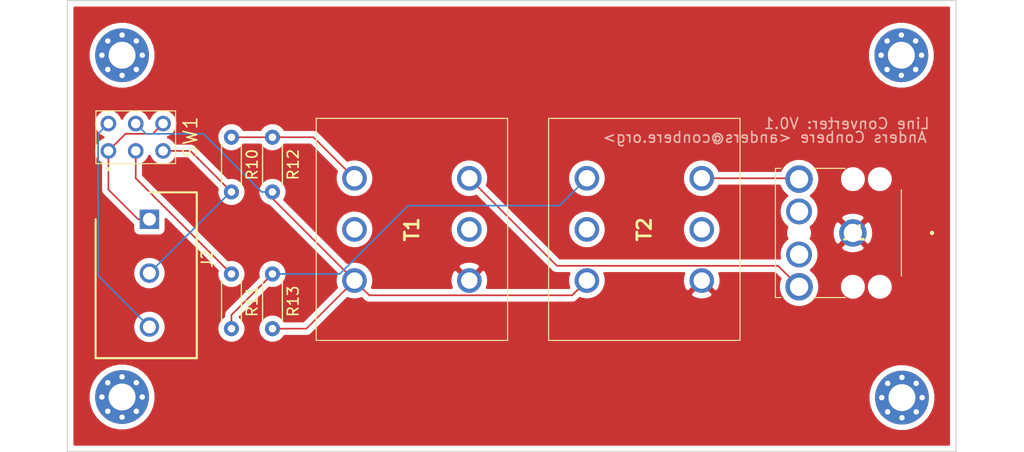
<source format=kicad_pcb>
(kicad_pcb (version 20171130) (host pcbnew "(5.1.5)-3")

  (general
    (thickness 1.6)
    (drawings 6)
    (tracks 46)
    (zones 0)
    (modules 13)
    (nets 17)
  )

  (page A4)
  (layers
    (0 F.Cu signal)
    (31 B.Cu signal)
    (34 B.Paste user)
    (35 F.Paste user)
    (36 B.SilkS user)
    (37 F.SilkS user)
    (38 B.Mask user)
    (39 F.Mask user)
    (44 Edge.Cuts user)
    (45 Margin user)
    (46 B.CrtYd user)
    (47 F.CrtYd user)
    (49 F.Fab user)
  )

  (setup
    (last_trace_width 0.1524)
    (trace_clearance 0.1524)
    (zone_clearance 0.508)
    (zone_45_only no)
    (trace_min 0.1524)
    (via_size 0.6858)
    (via_drill 0.3302)
    (via_min_size 0.508)
    (via_min_drill 0.254)
    (uvia_size 0.6858)
    (uvia_drill 0.3302)
    (uvias_allowed no)
    (uvia_min_size 0.508)
    (uvia_min_drill 0.254)
    (edge_width 0.1)
    (segment_width 0.2)
    (pcb_text_width 0.3)
    (pcb_text_size 1.5 1.5)
    (mod_edge_width 0.15)
    (mod_text_size 1 1)
    (mod_text_width 0.15)
    (pad_size 1.524 1.524)
    (pad_drill 0.762)
    (pad_to_mask_clearance 0.0508)
    (solder_mask_min_width 0.1016)
    (aux_axis_origin 0 0)
    (visible_elements 7FFFFFFF)
    (pcbplotparams
      (layerselection 0x010fc_ffffffff)
      (usegerberextensions false)
      (usegerberattributes false)
      (usegerberadvancedattributes false)
      (creategerberjobfile false)
      (excludeedgelayer true)
      (linewidth 0.100000)
      (plotframeref false)
      (viasonmask false)
      (mode 1)
      (useauxorigin false)
      (hpglpennumber 1)
      (hpglpenspeed 20)
      (hpglpendiameter 15.000000)
      (psnegative false)
      (psa4output false)
      (plotreference true)
      (plotvalue true)
      (plotinvisibletext false)
      (padsonsilk false)
      (subtractmaskfromsilk false)
      (outputformat 1)
      (mirror false)
      (drillshape 0)
      (scaleselection 1)
      (outputdirectory "Gerber/"))
  )

  (net 0 "")
  (net 1 /AGND)
  (net 2 /Audio-Right)
  (net 3 /Audio-Left)
  (net 4 GND)
  (net 5 /SPK-)
  (net 6 /SPK+)
  (net 7 "Net-(R11-Pad2)")
  (net 8 "Net-(R11-Pad1)")
  (net 9 "Net-(R12-Pad2)")
  (net 10 "Net-(T1-Pad5)")
  (net 11 "Net-(T1-Pad2)")
  (net 12 "Net-(T2-Pad2)")
  (net 13 "Net-(T2-Pad5)")
  (net 14 "Net-(J1-Pad10)")
  (net 15 "Net-(J1-Pad11)")
  (net 16 "Net-(R10-Pad1)")

  (net_class Default "This is the default net class."
    (clearance 0.1524)
    (trace_width 0.1524)
    (via_dia 0.6858)
    (via_drill 0.3302)
    (uvia_dia 0.6858)
    (uvia_drill 0.3302)
    (diff_pair_width 0.508)
    (diff_pair_gap 0.508)
    (add_net /AGND)
    (add_net /Audio-Left)
    (add_net /Audio-Right)
    (add_net /SPK+)
    (add_net /SPK-)
    (add_net GND)
    (add_net "Net-(J1-Pad10)")
    (add_net "Net-(J1-Pad11)")
    (add_net "Net-(R10-Pad1)")
    (add_net "Net-(R11-Pad1)")
    (add_net "Net-(R11-Pad2)")
    (add_net "Net-(R12-Pad2)")
    (add_net "Net-(T1-Pad2)")
    (add_net "Net-(T1-Pad5)")
    (add_net "Net-(T2-Pad2)")
    (add_net "Net-(T2-Pad5)")
  )

  (module SamacSys:400UDP1R1BLKM2RE (layer F.Cu) (tedit 0) (tstamp 5ECB1233)
    (at 137.16 49.53 270)
    (descr 400UDP1R1BLKM2RE-3)
    (tags Switch)
    (path /5EB3EA04)
    (fp_text reference SW1 (at -1.27 -7.62 90) (layer F.SilkS)
      (effects (font (size 1.27 1.27) (thickness 0.15)))
    )
    (fp_text value Mono_Switch (at 2 0.95 90) (layer F.SilkS) hide
      (effects (font (size 1.27 1.27) (thickness 0.254)))
    )
    (fp_arc (start 1.7 0) (end 1.7 0.1) (angle -180) (layer F.SilkS) (width 0.2))
    (fp_arc (start 1.7 0) (end 1.7 -0.1) (angle -180) (layer F.SilkS) (width 0.2))
    (fp_line (start 1.7 0.1) (end 1.7 0.1) (layer F.SilkS) (width 0.2))
    (fp_line (start 1.7 -0.1) (end 1.7 -0.1) (layer F.SilkS) (width 0.2))
    (fp_line (start -4.72 2.16) (end -4.72 -7.24) (layer F.CrtYd) (width 0.1))
    (fp_line (start 2.18 2.16) (end -4.72 2.16) (layer F.CrtYd) (width 0.1))
    (fp_line (start 2.18 -7.24) (end 2.18 2.16) (layer F.CrtYd) (width 0.1))
    (fp_line (start -4.72 -7.24) (end 2.18 -7.24) (layer F.CrtYd) (width 0.1))
    (fp_line (start -3.72 1.16) (end -3.72 -6.24) (layer F.SilkS) (width 0.1))
    (fp_line (start 1.18 1.16) (end -3.72 1.16) (layer F.SilkS) (width 0.1))
    (fp_line (start 1.18 -6.24) (end 1.18 1.16) (layer F.SilkS) (width 0.1))
    (fp_line (start -3.72 -6.24) (end 1.18 -6.24) (layer F.SilkS) (width 0.1))
    (fp_line (start -3.72 1.16) (end -3.72 -6.24) (layer F.Fab) (width 0.2))
    (fp_line (start 1.18 1.16) (end -3.72 1.16) (layer F.Fab) (width 0.2))
    (fp_line (start 1.18 -6.24) (end 1.18 1.16) (layer F.Fab) (width 0.2))
    (fp_line (start -3.72 -6.24) (end 1.18 -6.24) (layer F.Fab) (width 0.2))
    (fp_text user %R (at 2 0.95 90) (layer F.Fab)
      (effects (font (size 1.27 1.27) (thickness 0.254)))
    )
    (pad 6 thru_hole circle (at -2.54 -5.08 270) (size 1.446 1.446) (drill 0.89) (layers *.Cu *.Mask)
      (net 5 /SPK-))
    (pad 5 thru_hole circle (at -2.54 -2.54 270) (size 1.446 1.446) (drill 0.89) (layers *.Cu *.Mask)
      (net 9 "Net-(R12-Pad2)"))
    (pad 4 thru_hole circle (at -2.54 0 270) (size 1.446 1.446) (drill 0.89) (layers *.Cu *.Mask)
      (net 4 GND))
    (pad 3 thru_hole circle (at 0 -5.08 270) (size 1.446 1.446) (drill 0.89) (layers *.Cu *.Mask)
      (net 6 /SPK+))
    (pad 2 thru_hole circle (at 0 -2.54 270) (size 1.446 1.446) (drill 0.89) (layers *.Cu *.Mask)
      (net 8 "Net-(R11-Pad1)"))
    (pad 1 thru_hole circle (at 0 0 270) (size 1.446 1.446) (drill 0.89) (layers *.Cu *.Mask)
      (net 5 /SPK-))
    (model "C:\\Users\\ander\\Documents\\Library Loader\\SamacSys_Parts.3dshapes\\400UDP1R1BLKM2RE.stp"
      (at (xyz 0 0 0))
      (scale (xyz 1 1 1))
      (rotate (xyz 0 0 0))
    )
  )

  (module MountingHole:MountingHole_2.5mm_Pad_Via (layer F.Cu) (tedit 56DDBAEA) (tstamp 5ECCB204)
    (at 210.875825 72.445825)
    (descr "Mounting Hole 2.5mm")
    (tags "mounting hole 2.5mm")
    (attr virtual)
    (fp_text reference REF** (at 0 -3.5) (layer F.SilkS) hide
      (effects (font (size 1 1) (thickness 0.15)))
    )
    (fp_text value MountingHole_2.5mm_Pad_Via (at 0 3.5) (layer F.Fab)
      (effects (font (size 1 1) (thickness 0.15)))
    )
    (fp_circle (center 0 0) (end 2.75 0) (layer F.CrtYd) (width 0.05))
    (fp_circle (center 0 0) (end 2.5 0) (layer Cmts.User) (width 0.15))
    (fp_text user %R (at 0.3 0) (layer F.Fab)
      (effects (font (size 1 1) (thickness 0.15)))
    )
    (pad 1 thru_hole circle (at 1.325825 -1.325825) (size 0.8 0.8) (drill 0.5) (layers *.Cu *.Mask))
    (pad 1 thru_hole circle (at 0 -1.875) (size 0.8 0.8) (drill 0.5) (layers *.Cu *.Mask))
    (pad 1 thru_hole circle (at -1.325825 -1.325825) (size 0.8 0.8) (drill 0.5) (layers *.Cu *.Mask))
    (pad 1 thru_hole circle (at -1.875 0) (size 0.8 0.8) (drill 0.5) (layers *.Cu *.Mask))
    (pad 1 thru_hole circle (at -1.325825 1.325825) (size 0.8 0.8) (drill 0.5) (layers *.Cu *.Mask))
    (pad 1 thru_hole circle (at 0 1.875) (size 0.8 0.8) (drill 0.5) (layers *.Cu *.Mask))
    (pad 1 thru_hole circle (at 1.325825 1.325825) (size 0.8 0.8) (drill 0.5) (layers *.Cu *.Mask))
    (pad 1 thru_hole circle (at 1.875 0) (size 0.8 0.8) (drill 0.5) (layers *.Cu *.Mask))
    (pad 1 thru_hole circle (at 0 0) (size 5 5) (drill 2.5) (layers *.Cu *.Mask))
  )

  (module MountingHole:MountingHole_2.5mm_Pad_Via (layer F.Cu) (tedit 56DDBAEA) (tstamp 5ECCAFFD)
    (at 138.43 72.39)
    (descr "Mounting Hole 2.5mm")
    (tags "mounting hole 2.5mm")
    (attr virtual)
    (fp_text reference REF** (at 0 -3.5) (layer F.SilkS) hide
      (effects (font (size 1 1) (thickness 0.15)))
    )
    (fp_text value MountingHole_2.5mm_Pad_Via (at 0 3.5) (layer F.Fab)
      (effects (font (size 1 1) (thickness 0.15)))
    )
    (fp_circle (center 0 0) (end 2.75 0) (layer F.CrtYd) (width 0.05))
    (fp_circle (center 0 0) (end 2.5 0) (layer Cmts.User) (width 0.15))
    (fp_text user %R (at 0.3 0) (layer F.Fab)
      (effects (font (size 1 1) (thickness 0.15)))
    )
    (pad 1 thru_hole circle (at 1.325825 -1.325825) (size 0.8 0.8) (drill 0.5) (layers *.Cu *.Mask))
    (pad 1 thru_hole circle (at 0 -1.875) (size 0.8 0.8) (drill 0.5) (layers *.Cu *.Mask))
    (pad 1 thru_hole circle (at -1.325825 -1.325825) (size 0.8 0.8) (drill 0.5) (layers *.Cu *.Mask))
    (pad 1 thru_hole circle (at -1.875 0) (size 0.8 0.8) (drill 0.5) (layers *.Cu *.Mask))
    (pad 1 thru_hole circle (at -1.325825 1.325825) (size 0.8 0.8) (drill 0.5) (layers *.Cu *.Mask))
    (pad 1 thru_hole circle (at 0 1.875) (size 0.8 0.8) (drill 0.5) (layers *.Cu *.Mask))
    (pad 1 thru_hole circle (at 1.325825 1.325825) (size 0.8 0.8) (drill 0.5) (layers *.Cu *.Mask))
    (pad 1 thru_hole circle (at 1.875 0) (size 0.8 0.8) (drill 0.5) (layers *.Cu *.Mask))
    (pad 1 thru_hole circle (at 0 0) (size 5 5) (drill 2.5) (layers *.Cu *.Mask))
  )

  (module MountingHole:MountingHole_2.5mm_Pad_Via (layer F.Cu) (tedit 56DDBAEA) (tstamp 5ECCAFA0)
    (at 210.82 40.64)
    (descr "Mounting Hole 2.5mm")
    (tags "mounting hole 2.5mm")
    (attr virtual)
    (fp_text reference REF** (at 0 -3.5) (layer F.SilkS) hide
      (effects (font (size 1 1) (thickness 0.15)))
    )
    (fp_text value MountingHole_2.5mm_Pad_Via (at 0 3.5) (layer F.Fab)
      (effects (font (size 1 1) (thickness 0.15)))
    )
    (fp_circle (center 0 0) (end 2.75 0) (layer F.CrtYd) (width 0.05))
    (fp_circle (center 0 0) (end 2.5 0) (layer Cmts.User) (width 0.15))
    (fp_text user %R (at 0.3 0) (layer F.Fab)
      (effects (font (size 1 1) (thickness 0.15)))
    )
    (pad 1 thru_hole circle (at 1.325825 -1.325825) (size 0.8 0.8) (drill 0.5) (layers *.Cu *.Mask))
    (pad 1 thru_hole circle (at 0 -1.875) (size 0.8 0.8) (drill 0.5) (layers *.Cu *.Mask))
    (pad 1 thru_hole circle (at -1.325825 -1.325825) (size 0.8 0.8) (drill 0.5) (layers *.Cu *.Mask))
    (pad 1 thru_hole circle (at -1.875 0) (size 0.8 0.8) (drill 0.5) (layers *.Cu *.Mask))
    (pad 1 thru_hole circle (at -1.325825 1.325825) (size 0.8 0.8) (drill 0.5) (layers *.Cu *.Mask))
    (pad 1 thru_hole circle (at 0 1.875) (size 0.8 0.8) (drill 0.5) (layers *.Cu *.Mask))
    (pad 1 thru_hole circle (at 1.325825 1.325825) (size 0.8 0.8) (drill 0.5) (layers *.Cu *.Mask))
    (pad 1 thru_hole circle (at 1.875 0) (size 0.8 0.8) (drill 0.5) (layers *.Cu *.Mask))
    (pad 1 thru_hole circle (at 0 0) (size 5 5) (drill 2.5) (layers *.Cu *.Mask))
  )

  (module MountingHole:MountingHole_2.5mm_Pad_Via (layer F.Cu) (tedit 56DDBAEA) (tstamp 5ECCA227)
    (at 138.43 40.64)
    (descr "Mounting Hole 2.5mm")
    (tags "mounting hole 2.5mm")
    (attr virtual)
    (fp_text reference REF** (at 0 -3.5) (layer F.SilkS) hide
      (effects (font (size 1 1) (thickness 0.15)))
    )
    (fp_text value MountingHole_2.5mm_Pad_Via (at 0 3.5) (layer F.Fab)
      (effects (font (size 1 1) (thickness 0.15)))
    )
    (fp_circle (center 0 0) (end 2.75 0) (layer F.CrtYd) (width 0.05))
    (fp_circle (center 0 0) (end 2.5 0) (layer Cmts.User) (width 0.15))
    (fp_text user %R (at 0.3 0) (layer F.Fab)
      (effects (font (size 1 1) (thickness 0.15)))
    )
    (pad 1 thru_hole circle (at 1.325825 -1.325825) (size 0.8 0.8) (drill 0.5) (layers *.Cu *.Mask))
    (pad 1 thru_hole circle (at 0 -1.875) (size 0.8 0.8) (drill 0.5) (layers *.Cu *.Mask))
    (pad 1 thru_hole circle (at -1.325825 -1.325825) (size 0.8 0.8) (drill 0.5) (layers *.Cu *.Mask))
    (pad 1 thru_hole circle (at -1.875 0) (size 0.8 0.8) (drill 0.5) (layers *.Cu *.Mask))
    (pad 1 thru_hole circle (at -1.325825 1.325825) (size 0.8 0.8) (drill 0.5) (layers *.Cu *.Mask))
    (pad 1 thru_hole circle (at 0 1.875) (size 0.8 0.8) (drill 0.5) (layers *.Cu *.Mask))
    (pad 1 thru_hole circle (at 1.325825 1.325825) (size 0.8 0.8) (drill 0.5) (layers *.Cu *.Mask))
    (pad 1 thru_hole circle (at 1.875 0) (size 0.8 0.8) (drill 0.5) (layers *.Cu *.Mask))
    (pad 1 thru_hole circle (at 0 0) (size 5 5) (drill 2.5) (layers *.Cu *.Mask))
  )

  (module SamacSys:SHDR3W100P0X500_1X3_1500X900X1290P (layer F.Cu) (tedit 0) (tstamp 5ECB11C8)
    (at 140.97 55.88 270)
    (descr TB001-500-03BE)
    (tags Connector)
    (path /5ECB43A4)
    (fp_text reference J2 (at 3.65 -5.35 90) (layer F.SilkS)
      (effects (font (size 1 1) (thickness 0.15)))
    )
    (fp_text value "JAMMA Audio" (at 3.65 5.55 90) (layer F.Fab)
      (effects (font (size 1 1) (thickness 0.15)))
    )
    (fp_line (start -2.5 -4.4) (end -2.5 0) (layer F.SilkS) (width 0.2))
    (fp_line (start 12.9 -4.4) (end -2.5 -4.4) (layer F.SilkS) (width 0.2))
    (fp_line (start 12.9 5) (end 12.9 -4.4) (layer F.SilkS) (width 0.2))
    (fp_line (start 0 5) (end 12.9 5) (layer F.SilkS) (width 0.2))
    (fp_line (start 12.9 5) (end -2.5 5) (layer F.Fab) (width 0.1))
    (fp_line (start 12.9 -4.4) (end 12.9 5) (layer F.Fab) (width 0.1))
    (fp_line (start -2.5 -4.4) (end 12.9 -4.4) (layer F.Fab) (width 0.1))
    (fp_line (start -2.5 5) (end -2.5 -4.4) (layer F.Fab) (width 0.1))
    (fp_line (start 13.15 5.25) (end -2.75 5.25) (layer F.CrtYd) (width 0.05))
    (fp_line (start 13.15 -4.65) (end 13.15 5.25) (layer F.CrtYd) (width 0.05))
    (fp_line (start -2.75 -4.65) (end 13.15 -4.65) (layer F.CrtYd) (width 0.05))
    (fp_line (start -2.75 5.25) (end -2.75 -4.65) (layer F.CrtYd) (width 0.05))
    (fp_text user %R (at 3.65 3.65 90) (layer F.Fab)
      (effects (font (size 1 1) (thickness 0.15)))
    )
    (pad 3 thru_hole circle (at 10 0 270) (size 1.8 1.8) (drill 1.2) (layers *.Cu *.Mask)
      (net 4 GND))
    (pad 2 thru_hole circle (at 5 0 270) (size 1.8 1.8) (drill 1.2) (layers *.Cu *.Mask)
      (net 6 /SPK+))
    (pad 1 thru_hole rect (at 0 0 270) (size 1.8 1.8) (drill 1.2) (layers *.Cu *.Mask)
      (net 5 /SPK-))
    (model "C:\\Users\\ander\\Documents\\Library Loader\\SamacSys_Parts.3dshapes\\TB001-500-03BE.stp"
      (at (xyz 0 0 0))
      (scale (xyz 1 1 1))
      (rotate (xyz 0 0 0))
    )
  )

  (module SamacSys:TY145P (layer F.Cu) (tedit 0) (tstamp 5ECB1261)
    (at 181.61 52.07 270)
    (descr TY-145P-2)
    (tags Transformer)
    (path /5EB1D2C8)
    (fp_text reference T2 (at 4.75 -5.334 90) (layer F.SilkS)
      (effects (font (size 1.27 1.27) (thickness 0.254)))
    )
    (fp_text value Transformer_1P_SS_2T (at 4.75 -5.334 90) (layer F.SilkS) hide
      (effects (font (size 1.27 1.27) (thickness 0.254)))
    )
    (fp_line (start -6.563 4.556) (end -6.563 -15.224) (layer F.CrtYd) (width 0.1))
    (fp_line (start 16.062 4.556) (end -6.563 4.556) (layer F.CrtYd) (width 0.1))
    (fp_line (start 16.062 -15.224) (end 16.062 4.556) (layer F.CrtYd) (width 0.1))
    (fp_line (start -6.563 -15.224) (end 16.062 -15.224) (layer F.CrtYd) (width 0.1))
    (fp_line (start -5.563 3.556) (end -5.563 -14.224) (layer F.SilkS) (width 0.1))
    (fp_line (start 15.062 3.556) (end -5.563 3.556) (layer F.SilkS) (width 0.1))
    (fp_line (start 15.062 -14.224) (end 15.062 3.556) (layer F.SilkS) (width 0.1))
    (fp_line (start -5.563 -14.224) (end 15.062 -14.224) (layer F.SilkS) (width 0.1))
    (fp_line (start -5.563 3.556) (end -5.563 -14.224) (layer F.Fab) (width 0.2))
    (fp_line (start 15.062 3.556) (end -5.563 3.556) (layer F.Fab) (width 0.2))
    (fp_line (start 15.062 -14.224) (end 15.062 3.556) (layer F.Fab) (width 0.2))
    (fp_line (start -5.563 -14.224) (end 15.062 -14.224) (layer F.Fab) (width 0.2))
    (fp_text user %R (at 4.75 -5.334 90) (layer F.Fab)
      (effects (font (size 1.27 1.27) (thickness 0.254)))
    )
    (pad 6 thru_hole circle (at 0 -10.668 270) (size 2.286 2.286) (drill 1.524) (layers *.Cu *.Mask)
      (net 2 /Audio-Right))
    (pad 5 thru_hole circle (at 4.75 -10.668 270) (size 2.286 2.286) (drill 1.524) (layers *.Cu *.Mask)
      (net 13 "Net-(T2-Pad5)"))
    (pad 4 thru_hole circle (at 9.5 -10.668 270) (size 2.286 2.286) (drill 1.524) (layers *.Cu *.Mask)
      (net 1 /AGND))
    (pad 3 thru_hole circle (at 9.5 0 270) (size 2.286 2.286) (drill 1.524) (layers *.Cu *.Mask)
      (net 9 "Net-(R12-Pad2)"))
    (pad 2 thru_hole circle (at 4.75 0 270) (size 2.286 2.286) (drill 1.524) (layers *.Cu *.Mask)
      (net 12 "Net-(T2-Pad2)"))
    (pad 1 thru_hole circle (at 0 0 270) (size 2.286 2.286) (drill 1.524) (layers *.Cu *.Mask)
      (net 7 "Net-(R11-Pad2)"))
    (model "C:\\Users\\ander\\Documents\\Library Loader\\SamacSys_Parts.3dshapes\\TY-145P.stp"
      (at (xyz 0 0 0))
      (scale (xyz 1 1 1))
      (rotate (xyz 0 0 0))
    )
  )

  (module SamacSys:TY145P (layer F.Cu) (tedit 0) (tstamp 5ECB124A)
    (at 160.02 52.07 270)
    (descr TY-145P-2)
    (tags Transformer)
    (path /5EB1D213)
    (fp_text reference T1 (at 4.75 -5.334 90) (layer F.SilkS)
      (effects (font (size 1.27 1.27) (thickness 0.254)))
    )
    (fp_text value Transformer_1P_SS_2T (at 4.75 -5.334 90) (layer F.SilkS) hide
      (effects (font (size 1.27 1.27) (thickness 0.254)))
    )
    (fp_line (start -6.563 4.556) (end -6.563 -15.224) (layer F.CrtYd) (width 0.1))
    (fp_line (start 16.062 4.556) (end -6.563 4.556) (layer F.CrtYd) (width 0.1))
    (fp_line (start 16.062 -15.224) (end 16.062 4.556) (layer F.CrtYd) (width 0.1))
    (fp_line (start -6.563 -15.224) (end 16.062 -15.224) (layer F.CrtYd) (width 0.1))
    (fp_line (start -5.563 3.556) (end -5.563 -14.224) (layer F.SilkS) (width 0.1))
    (fp_line (start 15.062 3.556) (end -5.563 3.556) (layer F.SilkS) (width 0.1))
    (fp_line (start 15.062 -14.224) (end 15.062 3.556) (layer F.SilkS) (width 0.1))
    (fp_line (start -5.563 -14.224) (end 15.062 -14.224) (layer F.SilkS) (width 0.1))
    (fp_line (start -5.563 3.556) (end -5.563 -14.224) (layer F.Fab) (width 0.2))
    (fp_line (start 15.062 3.556) (end -5.563 3.556) (layer F.Fab) (width 0.2))
    (fp_line (start 15.062 -14.224) (end 15.062 3.556) (layer F.Fab) (width 0.2))
    (fp_line (start -5.563 -14.224) (end 15.062 -14.224) (layer F.Fab) (width 0.2))
    (fp_text user %R (at 4.75 -5.334 90) (layer F.Fab)
      (effects (font (size 1.27 1.27) (thickness 0.254)))
    )
    (pad 6 thru_hole circle (at 0 -10.668 270) (size 2.286 2.286) (drill 1.524) (layers *.Cu *.Mask)
      (net 3 /Audio-Left))
    (pad 5 thru_hole circle (at 4.75 -10.668 270) (size 2.286 2.286) (drill 1.524) (layers *.Cu *.Mask)
      (net 10 "Net-(T1-Pad5)"))
    (pad 4 thru_hole circle (at 9.5 -10.668 270) (size 2.286 2.286) (drill 1.524) (layers *.Cu *.Mask)
      (net 1 /AGND))
    (pad 3 thru_hole circle (at 9.5 0 270) (size 2.286 2.286) (drill 1.524) (layers *.Cu *.Mask)
      (net 9 "Net-(R12-Pad2)"))
    (pad 2 thru_hole circle (at 4.75 0 270) (size 2.286 2.286) (drill 1.524) (layers *.Cu *.Mask)
      (net 11 "Net-(T1-Pad2)"))
    (pad 1 thru_hole circle (at 0 0 270) (size 2.286 2.286) (drill 1.524) (layers *.Cu *.Mask)
      (net 16 "Net-(R10-Pad1)"))
    (model "C:\\Users\\ander\\Documents\\Library Loader\\SamacSys_Parts.3dshapes\\TY-145P.stp"
      (at (xyz 0 0 0))
      (scale (xyz 1 1 1))
      (rotate (xyz 0 0 0))
    )
  )

  (module Resistor_THT:R_Axial_DIN0204_L3.6mm_D1.6mm_P5.08mm_Horizontal (layer F.Cu) (tedit 5AE5139B) (tstamp 5ECCC9B1)
    (at 148.59 48.26 270)
    (descr "Resistor, Axial_DIN0204 series, Axial, Horizontal, pin pitch=5.08mm, 0.167W, length*diameter=3.6*1.6mm^2, http://cdn-reichelt.de/documents/datenblatt/B400/1_4W%23YAG.pdf")
    (tags "Resistor Axial_DIN0204 series Axial Horizontal pin pitch 5.08mm 0.167W length 3.6mm diameter 1.6mm")
    (path /5EB20532)
    (fp_text reference R10 (at 2.54 -1.92 90) (layer F.SilkS)
      (effects (font (size 1 1) (thickness 0.15)))
    )
    (fp_text value 390 (at 2.54 1.92 90) (layer F.Fab)
      (effects (font (size 1 1) (thickness 0.15)))
    )
    (fp_line (start 0.74 -0.8) (end 0.74 0.8) (layer F.Fab) (width 0.1))
    (fp_line (start 0.74 0.8) (end 4.34 0.8) (layer F.Fab) (width 0.1))
    (fp_line (start 4.34 0.8) (end 4.34 -0.8) (layer F.Fab) (width 0.1))
    (fp_line (start 4.34 -0.8) (end 0.74 -0.8) (layer F.Fab) (width 0.1))
    (fp_line (start 0 0) (end 0.74 0) (layer F.Fab) (width 0.1))
    (fp_line (start 5.08 0) (end 4.34 0) (layer F.Fab) (width 0.1))
    (fp_line (start 0.62 -0.92) (end 4.46 -0.92) (layer F.SilkS) (width 0.12))
    (fp_line (start 0.62 0.92) (end 4.46 0.92) (layer F.SilkS) (width 0.12))
    (fp_line (start -0.95 -1.05) (end -0.95 1.05) (layer F.CrtYd) (width 0.05))
    (fp_line (start -0.95 1.05) (end 6.03 1.05) (layer F.CrtYd) (width 0.05))
    (fp_line (start 6.03 1.05) (end 6.03 -1.05) (layer F.CrtYd) (width 0.05))
    (fp_line (start 6.03 -1.05) (end -0.95 -1.05) (layer F.CrtYd) (width 0.05))
    (fp_text user %R (at 2.54 0 90) (layer F.Fab)
      (effects (font (size 0.72 0.72) (thickness 0.108)))
    )
    (pad 1 thru_hole circle (at 0 0 270) (size 1.4 1.4) (drill 0.7) (layers *.Cu *.Mask)
      (net 16 "Net-(R10-Pad1)"))
    (pad 2 thru_hole oval (at 5.08 0 270) (size 1.4 1.4) (drill 0.7) (layers *.Cu *.Mask)
      (net 6 /SPK+))
    (model ${KISYS3DMOD}/Resistor_THT.3dshapes/R_Axial_DIN0204_L3.6mm_D1.6mm_P5.08mm_Horizontal.wrl
      (at (xyz 0 0 0))
      (scale (xyz 1 1 1))
      (rotate (xyz 0 0 0))
    )
  )

  (module Resistor_THT:R_Axial_DIN0204_L3.6mm_D1.6mm_P5.08mm_Horizontal (layer F.Cu) (tedit 5AE5139B) (tstamp 5ECB11EE)
    (at 148.59 60.96 270)
    (descr "Resistor, Axial_DIN0204 series, Axial, Horizontal, pin pitch=5.08mm, 0.167W, length*diameter=3.6*1.6mm^2, http://cdn-reichelt.de/documents/datenblatt/B400/1_4W%23YAG.pdf")
    (tags "Resistor Axial_DIN0204 series Axial Horizontal pin pitch 5.08mm 0.167W length 3.6mm diameter 1.6mm")
    (path /5EB231A7)
    (fp_text reference R11 (at 2.54 -1.92 90) (layer F.SilkS)
      (effects (font (size 1 1) (thickness 0.15)))
    )
    (fp_text value 390 (at 2.54 1.92 90) (layer F.Fab)
      (effects (font (size 1 1) (thickness 0.15)))
    )
    (fp_text user %R (at 2.54 0 90) (layer F.Fab)
      (effects (font (size 0.72 0.72) (thickness 0.108)))
    )
    (fp_line (start 6.03 -1.05) (end -0.95 -1.05) (layer F.CrtYd) (width 0.05))
    (fp_line (start 6.03 1.05) (end 6.03 -1.05) (layer F.CrtYd) (width 0.05))
    (fp_line (start -0.95 1.05) (end 6.03 1.05) (layer F.CrtYd) (width 0.05))
    (fp_line (start -0.95 -1.05) (end -0.95 1.05) (layer F.CrtYd) (width 0.05))
    (fp_line (start 0.62 0.92) (end 4.46 0.92) (layer F.SilkS) (width 0.12))
    (fp_line (start 0.62 -0.92) (end 4.46 -0.92) (layer F.SilkS) (width 0.12))
    (fp_line (start 5.08 0) (end 4.34 0) (layer F.Fab) (width 0.1))
    (fp_line (start 0 0) (end 0.74 0) (layer F.Fab) (width 0.1))
    (fp_line (start 4.34 -0.8) (end 0.74 -0.8) (layer F.Fab) (width 0.1))
    (fp_line (start 4.34 0.8) (end 4.34 -0.8) (layer F.Fab) (width 0.1))
    (fp_line (start 0.74 0.8) (end 4.34 0.8) (layer F.Fab) (width 0.1))
    (fp_line (start 0.74 -0.8) (end 0.74 0.8) (layer F.Fab) (width 0.1))
    (pad 2 thru_hole oval (at 5.08 0 270) (size 1.4 1.4) (drill 0.7) (layers *.Cu *.Mask)
      (net 7 "Net-(R11-Pad2)"))
    (pad 1 thru_hole circle (at 0 0 270) (size 1.4 1.4) (drill 0.7) (layers *.Cu *.Mask)
      (net 8 "Net-(R11-Pad1)"))
    (model ${KISYS3DMOD}/Resistor_THT.3dshapes/R_Axial_DIN0204_L3.6mm_D1.6mm_P5.08mm_Horizontal.wrl
      (at (xyz 0 0 0))
      (scale (xyz 1 1 1))
      (rotate (xyz 0 0 0))
    )
  )

  (module Resistor_THT:R_Axial_DIN0204_L3.6mm_D1.6mm_P5.08mm_Horizontal (layer F.Cu) (tedit 5AE5139B) (tstamp 5ECB1201)
    (at 152.4 48.26 270)
    (descr "Resistor, Axial_DIN0204 series, Axial, Horizontal, pin pitch=5.08mm, 0.167W, length*diameter=3.6*1.6mm^2, http://cdn-reichelt.de/documents/datenblatt/B400/1_4W%23YAG.pdf")
    (tags "Resistor Axial_DIN0204 series Axial Horizontal pin pitch 5.08mm 0.167W length 3.6mm diameter 1.6mm")
    (path /5EB2BBD9)
    (fp_text reference R12 (at 2.54 -1.92 90) (layer F.SilkS)
      (effects (font (size 1 1) (thickness 0.15)))
    )
    (fp_text value 47 (at 2.54 1.92 90) (layer F.Fab)
      (effects (font (size 1 1) (thickness 0.15)))
    )
    (fp_text user %R (at 2.54 0 90) (layer F.Fab)
      (effects (font (size 0.72 0.72) (thickness 0.108)))
    )
    (fp_line (start 6.03 -1.05) (end -0.95 -1.05) (layer F.CrtYd) (width 0.05))
    (fp_line (start 6.03 1.05) (end 6.03 -1.05) (layer F.CrtYd) (width 0.05))
    (fp_line (start -0.95 1.05) (end 6.03 1.05) (layer F.CrtYd) (width 0.05))
    (fp_line (start -0.95 -1.05) (end -0.95 1.05) (layer F.CrtYd) (width 0.05))
    (fp_line (start 0.62 0.92) (end 4.46 0.92) (layer F.SilkS) (width 0.12))
    (fp_line (start 0.62 -0.92) (end 4.46 -0.92) (layer F.SilkS) (width 0.12))
    (fp_line (start 5.08 0) (end 4.34 0) (layer F.Fab) (width 0.1))
    (fp_line (start 0 0) (end 0.74 0) (layer F.Fab) (width 0.1))
    (fp_line (start 4.34 -0.8) (end 0.74 -0.8) (layer F.Fab) (width 0.1))
    (fp_line (start 4.34 0.8) (end 4.34 -0.8) (layer F.Fab) (width 0.1))
    (fp_line (start 0.74 0.8) (end 4.34 0.8) (layer F.Fab) (width 0.1))
    (fp_line (start 0.74 -0.8) (end 0.74 0.8) (layer F.Fab) (width 0.1))
    (pad 2 thru_hole oval (at 5.08 0 270) (size 1.4 1.4) (drill 0.7) (layers *.Cu *.Mask)
      (net 9 "Net-(R12-Pad2)"))
    (pad 1 thru_hole circle (at 0 0 270) (size 1.4 1.4) (drill 0.7) (layers *.Cu *.Mask)
      (net 16 "Net-(R10-Pad1)"))
    (model ${KISYS3DMOD}/Resistor_THT.3dshapes/R_Axial_DIN0204_L3.6mm_D1.6mm_P5.08mm_Horizontal.wrl
      (at (xyz 0 0 0))
      (scale (xyz 1 1 1))
      (rotate (xyz 0 0 0))
    )
  )

  (module Resistor_THT:R_Axial_DIN0204_L3.6mm_D1.6mm_P5.08mm_Horizontal (layer F.Cu) (tedit 5AE5139B) (tstamp 5ECB1214)
    (at 152.4 60.96 270)
    (descr "Resistor, Axial_DIN0204 series, Axial, Horizontal, pin pitch=5.08mm, 0.167W, length*diameter=3.6*1.6mm^2, http://cdn-reichelt.de/documents/datenblatt/B400/1_4W%23YAG.pdf")
    (tags "Resistor Axial_DIN0204 series Axial Horizontal pin pitch 5.08mm 0.167W length 3.6mm diameter 1.6mm")
    (path /5EB278AF)
    (fp_text reference R13 (at 2.54 -1.92 90) (layer F.SilkS)
      (effects (font (size 1 1) (thickness 0.15)))
    )
    (fp_text value 47 (at 2.54 1.92 90) (layer F.Fab)
      (effects (font (size 1 1) (thickness 0.15)))
    )
    (fp_line (start 0.74 -0.8) (end 0.74 0.8) (layer F.Fab) (width 0.1))
    (fp_line (start 0.74 0.8) (end 4.34 0.8) (layer F.Fab) (width 0.1))
    (fp_line (start 4.34 0.8) (end 4.34 -0.8) (layer F.Fab) (width 0.1))
    (fp_line (start 4.34 -0.8) (end 0.74 -0.8) (layer F.Fab) (width 0.1))
    (fp_line (start 0 0) (end 0.74 0) (layer F.Fab) (width 0.1))
    (fp_line (start 5.08 0) (end 4.34 0) (layer F.Fab) (width 0.1))
    (fp_line (start 0.62 -0.92) (end 4.46 -0.92) (layer F.SilkS) (width 0.12))
    (fp_line (start 0.62 0.92) (end 4.46 0.92) (layer F.SilkS) (width 0.12))
    (fp_line (start -0.95 -1.05) (end -0.95 1.05) (layer F.CrtYd) (width 0.05))
    (fp_line (start -0.95 1.05) (end 6.03 1.05) (layer F.CrtYd) (width 0.05))
    (fp_line (start 6.03 1.05) (end 6.03 -1.05) (layer F.CrtYd) (width 0.05))
    (fp_line (start 6.03 -1.05) (end -0.95 -1.05) (layer F.CrtYd) (width 0.05))
    (fp_text user %R (at 2.54 0 90) (layer F.Fab)
      (effects (font (size 0.72 0.72) (thickness 0.108)))
    )
    (pad 1 thru_hole circle (at 0 0 270) (size 1.4 1.4) (drill 0.7) (layers *.Cu *.Mask)
      (net 7 "Net-(R11-Pad2)"))
    (pad 2 thru_hole oval (at 5.08 0 270) (size 1.4 1.4) (drill 0.7) (layers *.Cu *.Mask)
      (net 9 "Net-(R12-Pad2)"))
    (model ${KISYS3DMOD}/Resistor_THT.3dshapes/R_Axial_DIN0204_L3.6mm_D1.6mm_P5.08mm_Horizontal.wrl
      (at (xyz 0 0 0))
      (scale (xyz 1 1 1))
      (rotate (xyz 0 0 0))
    )
  )

  (module SamacSys:SJ13523N (layer F.Cu) (tedit 0) (tstamp 5ECCBA84)
    (at 210.82 57.15 180)
    (descr SJ1-3523N-1)
    (tags Connector)
    (path /5ECC2934)
    (fp_text reference J1 (at 4.375 0) (layer F.SilkS)
      (effects (font (size 1.27 1.27) (thickness 0.254)))
    )
    (fp_text value "Phono Out" (at 4.375 0) (layer F.SilkS) hide
      (effects (font (size 1.27 1.27) (thickness 0.254)))
    )
    (fp_text user %R (at 4.375 0) (layer F.Fab)
      (effects (font (size 1.27 1.27) (thickness 0.254)))
    )
    (fp_line (start 0 -6) (end 11.7 -6) (layer F.Fab) (width 0.2))
    (fp_line (start 11.7 -6) (end 11.7 6) (layer F.Fab) (width 0.2))
    (fp_line (start 11.7 6) (end 0 6) (layer F.Fab) (width 0.2))
    (fp_line (start 0 6) (end 0 -6) (layer F.Fab) (width 0.2))
    (fp_line (start -3.45 -6.775) (end 12.2 -6.775) (layer F.CrtYd) (width 0.1))
    (fp_line (start 12.2 -6.775) (end 12.2 6.775) (layer F.CrtYd) (width 0.1))
    (fp_line (start 12.2 6.775) (end -3.45 6.775) (layer F.CrtYd) (width 0.1))
    (fp_line (start -3.45 6.775) (end -3.45 -6.775) (layer F.CrtYd) (width 0.1))
    (fp_line (start 0 -4) (end 0 4) (layer F.SilkS) (width 0.1))
    (fp_line (start 5.2 6) (end 8.2 6) (layer F.SilkS) (width 0.1))
    (fp_line (start 5.2 -6) (end 8.2 -6) (layer F.SilkS) (width 0.1))
    (fp_line (start 11.2 -6) (end 11.7 -6) (layer F.SilkS) (width 0.1))
    (fp_line (start 11.7 -6) (end 11.7 6) (layer F.SilkS) (width 0.1))
    (fp_line (start 11.7 6) (end 11.2 6) (layer F.SilkS) (width 0.1))
    (fp_line (start -2.85 -0.1) (end -2.85 -0.1) (layer F.SilkS) (width 0.2))
    (fp_line (start -2.85 0.1) (end -2.85 0.1) (layer F.SilkS) (width 0.2))
    (fp_arc (start -2.85 0) (end -2.85 -0.1) (angle -180) (layer F.SilkS) (width 0.2))
    (fp_arc (start -2.85 0) (end -2.85 0.1) (angle -180) (layer F.SilkS) (width 0.2))
    (pad 1 thru_hole circle (at 4.5 0 180) (size 2.55 2.55) (drill 1.7) (layers *.Cu *.Mask)
      (net 1 /AGND))
    (pad 2 thru_hole circle (at 9.5 5 180) (size 2.55 2.55) (drill 1.7) (layers *.Cu *.Mask)
      (net 2 /Audio-Right))
    (pad 3 thru_hole circle (at 9.5 -5 180) (size 2.55 2.55) (drill 1.7) (layers *.Cu *.Mask)
      (net 3 /Audio-Left))
    (pad 10 thru_hole circle (at 9.5 2 180) (size 2.4 2.4) (drill 1.7) (layers *.Cu *.Mask)
      (net 14 "Net-(J1-Pad10)"))
    (pad 11 thru_hole circle (at 9.5 -2 180) (size 2.4 2.4) (drill 1.7) (layers *.Cu *.Mask)
      (net 15 "Net-(J1-Pad11)"))
    (pad MH1 np_thru_hole circle (at 2 -5 180) (size 1.2 0) (drill 1.2) (layers *.Cu *.Mask))
    (pad MH2 np_thru_hole circle (at 4.5 -5 180) (size 1.2 0) (drill 1.2) (layers *.Cu *.Mask))
    (pad MH3 np_thru_hole circle (at 9.5 0 180) (size 1.2 0) (drill 1.2) (layers *.Cu *.Mask))
    (pad MH4 np_thru_hole circle (at 2 5 180) (size 1.2 0) (drill 1.2) (layers *.Cu *.Mask))
    (pad MH5 np_thru_hole circle (at 4.5 5 180) (size 1.2 0) (drill 1.2) (layers *.Cu *.Mask))
    (model "C:\\Users\\ander\\Documents\\Library Loader\\SamacSys_Parts.3dshapes\\SJ1-3523N.stp"
      (at (xyz 0 0 0))
      (scale (xyz 1 1 1))
      (rotate (xyz 0 0 0))
    )
  )

  (gr_text "Anders Conbere <anders@conbere.org>" (at 198.12 48.26) (layer B.SilkS)
    (effects (font (size 1 1) (thickness 0.15)) (justify mirror))
  )
  (gr_text "Line Converter: V0.1" (at 205.74 46.99) (layer B.SilkS)
    (effects (font (size 1 1) (thickness 0.15)) (justify mirror))
  )
  (gr_line (start 215.9 35.56) (end 215.9 77.47) (layer Edge.Cuts) (width 0.1))
  (gr_line (start 133.35 35.56) (end 215.9 35.56) (layer Edge.Cuts) (width 0.1))
  (gr_line (start 133.35 77.47) (end 133.35 35.56) (layer Edge.Cuts) (width 0.1))
  (gr_line (start 215.9 77.47) (end 133.35 77.47) (layer Edge.Cuts) (width 0.1))

  (segment (start 201.24 52.07) (end 201.32 52.15) (width 0.1524) (layer F.Cu) (net 2))
  (segment (start 192.278 52.07) (end 201.24 52.07) (width 0.1524) (layer F.Cu) (net 2))
  (segment (start 200.045001 60.875001) (end 201.32 62.15) (width 0.1524) (layer F.Cu) (net 3))
  (segment (start 178.816399 60.198399) (end 199.368399 60.198399) (width 0.1524) (layer F.Cu) (net 3))
  (segment (start 199.368399 60.198399) (end 200.045001 60.875001) (width 0.1524) (layer F.Cu) (net 3))
  (segment (start 170.688 52.07) (end 178.816399 60.198399) (width 0.1524) (layer F.Cu) (net 3))
  (segment (start 140.070001 64.980001) (end 140.97 65.88) (width 0.1524) (layer B.Cu) (net 4))
  (segment (start 136.208399 61.118399) (end 140.070001 64.980001) (width 0.1524) (layer B.Cu) (net 4))
  (segment (start 136.208399 47.941601) (end 136.208399 61.118399) (width 0.1524) (layer B.Cu) (net 4))
  (segment (start 137.16 46.99) (end 136.208399 47.941601) (width 0.1524) (layer B.Cu) (net 4))
  (segment (start 137.16 53.1224) (end 137.16 50.552476) (width 0.1524) (layer F.Cu) (net 5))
  (segment (start 139.9176 55.88) (end 137.16 53.1224) (width 0.1524) (layer F.Cu) (net 5))
  (segment (start 137.16 50.552476) (end 137.16 49.53) (width 0.1524) (layer F.Cu) (net 5))
  (segment (start 140.97 55.88) (end 139.9176 55.88) (width 0.1524) (layer F.Cu) (net 5))
  (segment (start 141.517001 47.712999) (end 142.24 46.99) (width 0.1524) (layer F.Cu) (net 5))
  (segment (start 141.288399 47.941601) (end 141.517001 47.712999) (width 0.1524) (layer F.Cu) (net 5))
  (segment (start 138.748399 47.941601) (end 141.288399 47.941601) (width 0.1524) (layer F.Cu) (net 5))
  (segment (start 137.16 49.53) (end 138.748399 47.941601) (width 0.1524) (layer F.Cu) (net 5))
  (segment (start 148.51 53.34) (end 148.59 53.34) (width 0.1524) (layer B.Cu) (net 6))
  (segment (start 140.97 60.88) (end 148.51 53.34) (width 0.1524) (layer B.Cu) (net 6))
  (segment (start 144.78 49.53) (end 148.59 53.34) (width 0.1524) (layer F.Cu) (net 6))
  (segment (start 142.24 49.53) (end 144.78 49.53) (width 0.1524) (layer F.Cu) (net 6))
  (segment (start 179.07 54.61) (end 180.467001 53.212999) (width 0.1524) (layer B.Cu) (net 7))
  (segment (start 180.467001 53.212999) (end 181.61 52.07) (width 0.1524) (layer B.Cu) (net 7))
  (segment (start 164.998399 54.61) (end 179.07 54.61) (width 0.1524) (layer B.Cu) (net 7))
  (segment (start 158.648399 60.96) (end 164.998399 54.61) (width 0.1524) (layer B.Cu) (net 7))
  (segment (start 152.4 60.96) (end 158.648399 60.96) (width 0.1524) (layer B.Cu) (net 7))
  (segment (start 148.59 64.77) (end 152.4 60.96) (width 0.1524) (layer F.Cu) (net 7))
  (segment (start 148.59 66.04) (end 148.59 64.77) (width 0.1524) (layer F.Cu) (net 7))
  (segment (start 139.7 52.07) (end 148.59 60.96) (width 0.1524) (layer F.Cu) (net 8))
  (segment (start 139.7 49.53) (end 139.7 52.07) (width 0.1524) (layer F.Cu) (net 8))
  (segment (start 155.55 66.04) (end 160.02 61.57) (width 0.1524) (layer F.Cu) (net 9))
  (segment (start 152.4 66.04) (end 155.55 66.04) (width 0.1524) (layer F.Cu) (net 9))
  (segment (start 180.467001 62.712999) (end 181.61 61.57) (width 0.1524) (layer F.Cu) (net 9))
  (segment (start 180.238399 62.941601) (end 180.467001 62.712999) (width 0.1524) (layer F.Cu) (net 9))
  (segment (start 161.391601 62.941601) (end 180.238399 62.941601) (width 0.1524) (layer F.Cu) (net 9))
  (segment (start 160.02 61.57) (end 161.391601 62.941601) (width 0.1524) (layer F.Cu) (net 9))
  (segment (start 152.4 53.95) (end 152.4 53.34) (width 0.1524) (layer F.Cu) (net 9))
  (segment (start 160.02 61.57) (end 152.4 53.95) (width 0.1524) (layer F.Cu) (net 9))
  (segment (start 151.410051 53.34) (end 152.4 53.34) (width 0.1524) (layer B.Cu) (net 9))
  (segment (start 140.651601 47.941601) (end 146.011652 47.941601) (width 0.1524) (layer B.Cu) (net 9))
  (segment (start 146.011652 47.941601) (end 151.410051 53.34) (width 0.1524) (layer B.Cu) (net 9))
  (segment (start 139.7 46.99) (end 140.651601 47.941601) (width 0.1524) (layer B.Cu) (net 9))
  (segment (start 156.21 48.26) (end 160.02 52.07) (width 0.1524) (layer F.Cu) (net 16))
  (segment (start 152.4 48.26) (end 156.21 48.26) (width 0.1524) (layer F.Cu) (net 16))
  (segment (start 148.59 48.26) (end 152.4 48.26) (width 0.1524) (layer F.Cu) (net 16))

  (zone (net 1) (net_name /AGND) (layer F.Cu) (tstamp 5ECC6E66) (hatch edge 0.508)
    (connect_pads (clearance 0.508))
    (min_thickness 0.254)
    (fill yes (arc_segments 32) (thermal_gap 0.508) (thermal_bridge_width 0.508))
    (polygon
      (pts
        (xy 215.9 77.47) (xy 133.35 77.47) (xy 133.35 35.56) (xy 215.9 35.56)
      )
    )
    (filled_polygon
      (pts
        (xy 215.215001 76.785) (xy 134.035 76.785) (xy 134.035 72.081229) (xy 135.295 72.081229) (xy 135.295 72.698771)
        (xy 135.415476 73.304446) (xy 135.651799 73.874979) (xy 135.994886 74.388446) (xy 136.431554 74.825114) (xy 136.945021 75.168201)
        (xy 137.515554 75.404524) (xy 138.121229 75.525) (xy 138.738771 75.525) (xy 139.344446 75.404524) (xy 139.914979 75.168201)
        (xy 140.428446 74.825114) (xy 140.865114 74.388446) (xy 141.208201 73.874979) (xy 141.444524 73.304446) (xy 141.565 72.698771)
        (xy 141.565 72.137054) (xy 207.740825 72.137054) (xy 207.740825 72.754596) (xy 207.861301 73.360271) (xy 208.097624 73.930804)
        (xy 208.440711 74.444271) (xy 208.877379 74.880939) (xy 209.390846 75.224026) (xy 209.961379 75.460349) (xy 210.567054 75.580825)
        (xy 211.184596 75.580825) (xy 211.790271 75.460349) (xy 212.360804 75.224026) (xy 212.874271 74.880939) (xy 213.310939 74.444271)
        (xy 213.654026 73.930804) (xy 213.890349 73.360271) (xy 214.010825 72.754596) (xy 214.010825 72.137054) (xy 213.890349 71.531379)
        (xy 213.654026 70.960846) (xy 213.310939 70.447379) (xy 212.874271 70.010711) (xy 212.360804 69.667624) (xy 211.790271 69.431301)
        (xy 211.184596 69.310825) (xy 210.567054 69.310825) (xy 209.961379 69.431301) (xy 209.390846 69.667624) (xy 208.877379 70.010711)
        (xy 208.440711 70.447379) (xy 208.097624 70.960846) (xy 207.861301 71.531379) (xy 207.740825 72.137054) (xy 141.565 72.137054)
        (xy 141.565 72.081229) (xy 141.444524 71.475554) (xy 141.208201 70.905021) (xy 140.865114 70.391554) (xy 140.428446 69.954886)
        (xy 139.914979 69.611799) (xy 139.344446 69.375476) (xy 138.738771 69.255) (xy 138.121229 69.255) (xy 137.515554 69.375476)
        (xy 136.945021 69.611799) (xy 136.431554 69.954886) (xy 135.994886 70.391554) (xy 135.651799 70.905021) (xy 135.415476 71.475554)
        (xy 135.295 72.081229) (xy 134.035 72.081229) (xy 134.035 65.728816) (xy 139.435 65.728816) (xy 139.435 66.031184)
        (xy 139.493989 66.327743) (xy 139.609701 66.607095) (xy 139.777688 66.858505) (xy 139.991495 67.072312) (xy 140.242905 67.240299)
        (xy 140.522257 67.356011) (xy 140.818816 67.415) (xy 141.121184 67.415) (xy 141.417743 67.356011) (xy 141.697095 67.240299)
        (xy 141.948505 67.072312) (xy 142.162312 66.858505) (xy 142.330299 66.607095) (xy 142.446011 66.327743) (xy 142.505 66.031184)
        (xy 142.505 65.908514) (xy 147.255 65.908514) (xy 147.255 66.171486) (xy 147.306304 66.429405) (xy 147.406939 66.672359)
        (xy 147.553038 66.891013) (xy 147.738987 67.076962) (xy 147.957641 67.223061) (xy 148.200595 67.323696) (xy 148.458514 67.375)
        (xy 148.721486 67.375) (xy 148.979405 67.323696) (xy 149.222359 67.223061) (xy 149.441013 67.076962) (xy 149.626962 66.891013)
        (xy 149.773061 66.672359) (xy 149.873696 66.429405) (xy 149.925 66.171486) (xy 149.925 65.908514) (xy 149.873696 65.650595)
        (xy 149.773061 65.407641) (xy 149.626962 65.188987) (xy 149.441013 65.003038) (xy 149.394097 64.97169) (xy 152.103594 62.262195)
        (xy 152.268514 62.295) (xy 152.531486 62.295) (xy 152.789405 62.243696) (xy 153.032359 62.143061) (xy 153.251013 61.996962)
        (xy 153.436962 61.811013) (xy 153.583061 61.592359) (xy 153.683696 61.349405) (xy 153.735 61.091486) (xy 153.735 60.828514)
        (xy 153.683696 60.570595) (xy 153.583061 60.327641) (xy 153.436962 60.108987) (xy 153.251013 59.923038) (xy 153.032359 59.776939)
        (xy 152.789405 59.676304) (xy 152.531486 59.625) (xy 152.268514 59.625) (xy 152.010595 59.676304) (xy 151.767641 59.776939)
        (xy 151.548987 59.923038) (xy 151.363038 60.108987) (xy 151.216939 60.327641) (xy 151.116304 60.570595) (xy 151.065 60.828514)
        (xy 151.065 61.091486) (xy 151.097805 61.256406) (xy 148.11181 64.242403) (xy 148.084674 64.264673) (xy 148.062404 64.291809)
        (xy 148.062403 64.29181) (xy 147.995798 64.372968) (xy 147.929759 64.496519) (xy 147.889092 64.630581) (xy 147.87536 64.77)
        (xy 147.878801 64.804935) (xy 147.878801 64.909618) (xy 147.738987 65.003038) (xy 147.553038 65.188987) (xy 147.406939 65.407641)
        (xy 147.306304 65.650595) (xy 147.255 65.908514) (xy 142.505 65.908514) (xy 142.505 65.728816) (xy 142.446011 65.432257)
        (xy 142.330299 65.152905) (xy 142.162312 64.901495) (xy 141.948505 64.687688) (xy 141.697095 64.519701) (xy 141.417743 64.403989)
        (xy 141.121184 64.345) (xy 140.818816 64.345) (xy 140.522257 64.403989) (xy 140.242905 64.519701) (xy 139.991495 64.687688)
        (xy 139.777688 64.901495) (xy 139.609701 65.152905) (xy 139.493989 65.432257) (xy 139.435 65.728816) (xy 134.035 65.728816)
        (xy 134.035 60.728816) (xy 139.435 60.728816) (xy 139.435 61.031184) (xy 139.493989 61.327743) (xy 139.609701 61.607095)
        (xy 139.777688 61.858505) (xy 139.991495 62.072312) (xy 140.242905 62.240299) (xy 140.522257 62.356011) (xy 140.818816 62.415)
        (xy 141.121184 62.415) (xy 141.417743 62.356011) (xy 141.697095 62.240299) (xy 141.948505 62.072312) (xy 142.162312 61.858505)
        (xy 142.330299 61.607095) (xy 142.446011 61.327743) (xy 142.505 61.031184) (xy 142.505 60.728816) (xy 142.446011 60.432257)
        (xy 142.330299 60.152905) (xy 142.162312 59.901495) (xy 141.948505 59.687688) (xy 141.697095 59.519701) (xy 141.417743 59.403989)
        (xy 141.121184 59.345) (xy 140.818816 59.345) (xy 140.522257 59.403989) (xy 140.242905 59.519701) (xy 139.991495 59.687688)
        (xy 139.777688 59.901495) (xy 139.609701 60.152905) (xy 139.493989 60.432257) (xy 139.435 60.728816) (xy 134.035 60.728816)
        (xy 134.035 46.856249) (xy 135.802 46.856249) (xy 135.802 47.123751) (xy 135.854187 47.386114) (xy 135.956556 47.633254)
        (xy 136.105172 47.855675) (xy 136.294325 48.044828) (xy 136.516746 48.193444) (xy 136.677426 48.26) (xy 136.516746 48.326556)
        (xy 136.294325 48.475172) (xy 136.105172 48.664325) (xy 135.956556 48.886746) (xy 135.854187 49.133886) (xy 135.802 49.396249)
        (xy 135.802 49.663751) (xy 135.854187 49.926114) (xy 135.956556 50.173254) (xy 136.105172 50.395675) (xy 136.294325 50.584828)
        (xy 136.448801 50.688045) (xy 136.4488 53.087474) (xy 136.44536 53.1224) (xy 136.4488 53.157326) (xy 136.4488 53.157335)
        (xy 136.459091 53.261819) (xy 136.499758 53.39588) (xy 136.565798 53.519432) (xy 136.654673 53.627726) (xy 136.68181 53.649997)
        (xy 139.390007 56.358196) (xy 139.412273 56.385327) (xy 139.431928 56.401458) (xy 139.431928 56.78) (xy 139.444188 56.904482)
        (xy 139.480498 57.02418) (xy 139.539463 57.134494) (xy 139.618815 57.231185) (xy 139.715506 57.310537) (xy 139.82582 57.369502)
        (xy 139.945518 57.405812) (xy 140.07 57.418072) (xy 141.87 57.418072) (xy 141.994482 57.405812) (xy 142.11418 57.369502)
        (xy 142.224494 57.310537) (xy 142.321185 57.231185) (xy 142.400537 57.134494) (xy 142.459502 57.02418) (xy 142.495812 56.904482)
        (xy 142.508072 56.78) (xy 142.508072 55.88386) (xy 147.287805 60.663594) (xy 147.255 60.828514) (xy 147.255 61.091486)
        (xy 147.306304 61.349405) (xy 147.406939 61.592359) (xy 147.553038 61.811013) (xy 147.738987 61.996962) (xy 147.957641 62.143061)
        (xy 148.200595 62.243696) (xy 148.458514 62.295) (xy 148.721486 62.295) (xy 148.979405 62.243696) (xy 149.222359 62.143061)
        (xy 149.441013 61.996962) (xy 149.626962 61.811013) (xy 149.773061 61.592359) (xy 149.873696 61.349405) (xy 149.925 61.091486)
        (xy 149.925 60.828514) (xy 149.873696 60.570595) (xy 149.773061 60.327641) (xy 149.626962 60.108987) (xy 149.441013 59.923038)
        (xy 149.222359 59.776939) (xy 148.979405 59.676304) (xy 148.721486 59.625) (xy 148.458514 59.625) (xy 148.293594 59.657805)
        (xy 140.4112 51.775413) (xy 140.4112 50.688044) (xy 140.565675 50.584828) (xy 140.754828 50.395675) (xy 140.903444 50.173254)
        (xy 140.97 50.012574) (xy 141.036556 50.173254) (xy 141.185172 50.395675) (xy 141.374325 50.584828) (xy 141.596746 50.733444)
        (xy 141.843886 50.835813) (xy 142.106249 50.888) (xy 142.373751 50.888) (xy 142.636114 50.835813) (xy 142.883254 50.733444)
        (xy 143.105675 50.584828) (xy 143.294828 50.395675) (xy 143.398044 50.2412) (xy 144.485413 50.2412) (xy 147.287805 53.043594)
        (xy 147.255 53.208514) (xy 147.255 53.471486) (xy 147.306304 53.729405) (xy 147.406939 53.972359) (xy 147.553038 54.191013)
        (xy 147.738987 54.376962) (xy 147.957641 54.523061) (xy 148.200595 54.623696) (xy 148.458514 54.675) (xy 148.721486 54.675)
        (xy 148.979405 54.623696) (xy 149.222359 54.523061) (xy 149.441013 54.376962) (xy 149.626962 54.191013) (xy 149.773061 53.972359)
        (xy 149.873696 53.729405) (xy 149.925 53.471486) (xy 149.925 53.208514) (xy 151.065 53.208514) (xy 151.065 53.471486)
        (xy 151.116304 53.729405) (xy 151.216939 53.972359) (xy 151.363038 54.191013) (xy 151.548987 54.376962) (xy 151.767641 54.523061)
        (xy 152.010595 54.623696) (xy 152.08214 54.637927) (xy 158.364589 60.920378) (xy 158.310328 61.051377) (xy 158.242 61.394882)
        (xy 158.242 61.745118) (xy 158.310328 62.088623) (xy 158.364589 62.219622) (xy 155.255413 65.3288) (xy 153.530381 65.3288)
        (xy 153.436962 65.188987) (xy 153.251013 65.003038) (xy 153.032359 64.856939) (xy 152.789405 64.756304) (xy 152.531486 64.705)
        (xy 152.268514 64.705) (xy 152.010595 64.756304) (xy 151.767641 64.856939) (xy 151.548987 65.003038) (xy 151.363038 65.188987)
        (xy 151.216939 65.407641) (xy 151.116304 65.650595) (xy 151.065 65.908514) (xy 151.065 66.171486) (xy 151.116304 66.429405)
        (xy 151.216939 66.672359) (xy 151.363038 66.891013) (xy 151.548987 67.076962) (xy 151.767641 67.223061) (xy 152.010595 67.323696)
        (xy 152.268514 67.375) (xy 152.531486 67.375) (xy 152.789405 67.323696) (xy 153.032359 67.223061) (xy 153.251013 67.076962)
        (xy 153.436962 66.891013) (xy 153.530381 66.7512) (xy 155.515074 66.7512) (xy 155.55 66.75464) (xy 155.584926 66.7512)
        (xy 155.584936 66.7512) (xy 155.68942 66.740909) (xy 155.823481 66.700242) (xy 155.947033 66.634202) (xy 156.055327 66.545327)
        (xy 156.077602 66.518185) (xy 159.370378 63.225411) (xy 159.501377 63.279672) (xy 159.844882 63.348) (xy 160.195118 63.348)
        (xy 160.538623 63.279672) (xy 160.669622 63.225411) (xy 160.864008 63.419797) (xy 160.886274 63.446928) (xy 160.913405 63.469194)
        (xy 160.91341 63.469199) (xy 160.994568 63.535803) (xy 161.118119 63.601843) (xy 161.222789 63.633594) (xy 161.252181 63.64251)
        (xy 161.356665 63.652801) (xy 161.356672 63.652801) (xy 161.391601 63.656241) (xy 161.426529 63.652801) (xy 180.203473 63.652801)
        (xy 180.238399 63.656241) (xy 180.273325 63.652801) (xy 180.273335 63.652801) (xy 180.377819 63.64251) (xy 180.51188 63.601843)
        (xy 180.635432 63.535803) (xy 180.743726 63.446928) (xy 180.766001 63.419786) (xy 180.960377 63.22541) (xy 181.091377 63.279672)
        (xy 181.434882 63.348) (xy 181.785118 63.348) (xy 182.128623 63.279672) (xy 182.452199 63.145643) (xy 182.743409 62.951063)
        (xy 182.887112 62.80736) (xy 191.220245 62.80736) (xy 191.333264 63.086384) (xy 191.647249 63.241556) (xy 191.985473 63.332491)
        (xy 192.334938 63.355694) (xy 192.682216 63.310275) (xy 193.01396 63.197977) (xy 193.222736 63.086384) (xy 193.335755 62.80736)
        (xy 192.278 61.749605) (xy 191.220245 62.80736) (xy 182.887112 62.80736) (xy 182.991063 62.703409) (xy 183.185643 62.412199)
        (xy 183.319672 62.088623) (xy 183.388 61.745118) (xy 183.388 61.394882) (xy 183.319672 61.051377) (xy 183.260946 60.909599)
        (xy 190.621097 60.909599) (xy 190.606444 60.939249) (xy 190.515509 61.277473) (xy 190.492306 61.626938) (xy 190.537725 61.974216)
        (xy 190.650023 62.30596) (xy 190.761616 62.514736) (xy 191.04064 62.627755) (xy 192.098395 61.57) (xy 192.084253 61.555858)
        (xy 192.263858 61.376253) (xy 192.278 61.390395) (xy 192.292143 61.376253) (xy 192.471748 61.555858) (xy 192.457605 61.57)
        (xy 193.51536 62.627755) (xy 193.794384 62.514736) (xy 193.949556 62.200751) (xy 194.040491 61.862527) (xy 194.063694 61.513062)
        (xy 194.018275 61.165784) (xy 193.931554 60.909599) (xy 199.073811 60.909599) (xy 199.56356 61.399349) (xy 199.4834 61.592873)
        (xy 199.41 61.961881) (xy 199.41 62.338119) (xy 199.4834 62.707127) (xy 199.62738 63.054724) (xy 199.836406 63.367554)
        (xy 200.102446 63.633594) (xy 200.415276 63.84262) (xy 200.762873 63.9866) (xy 201.131881 64.06) (xy 201.508119 64.06)
        (xy 201.877127 63.9866) (xy 202.224724 63.84262) (xy 202.537554 63.633594) (xy 202.803594 63.367554) (xy 203.01262 63.054724)
        (xy 203.1566 62.707127) (xy 203.23 62.338119) (xy 203.23 62.028363) (xy 205.085 62.028363) (xy 205.085 62.271637)
        (xy 205.13246 62.510236) (xy 205.225557 62.734992) (xy 205.360713 62.937267) (xy 205.532733 63.109287) (xy 205.735008 63.244443)
        (xy 205.959764 63.33754) (xy 206.198363 63.385) (xy 206.441637 63.385) (xy 206.680236 63.33754) (xy 206.904992 63.244443)
        (xy 207.107267 63.109287) (xy 207.279287 62.937267) (xy 207.414443 62.734992) (xy 207.50754 62.510236) (xy 207.555 62.271637)
        (xy 207.555 62.028363) (xy 207.585 62.028363) (xy 207.585 62.271637) (xy 207.63246 62.510236) (xy 207.725557 62.734992)
        (xy 207.860713 62.937267) (xy 208.032733 63.109287) (xy 208.235008 63.244443) (xy 208.459764 63.33754) (xy 208.698363 63.385)
        (xy 208.941637 63.385) (xy 209.180236 63.33754) (xy 209.404992 63.244443) (xy 209.607267 63.109287) (xy 209.779287 62.937267)
        (xy 209.914443 62.734992) (xy 210.00754 62.510236) (xy 210.055 62.271637) (xy 210.055 62.028363) (xy 210.00754 61.789764)
        (xy 209.914443 61.565008) (xy 209.779287 61.362733) (xy 209.607267 61.190713) (xy 209.404992 61.055557) (xy 209.180236 60.96246)
        (xy 208.941637 60.915) (xy 208.698363 60.915) (xy 208.459764 60.96246) (xy 208.235008 61.055557) (xy 208.032733 61.190713)
        (xy 207.860713 61.362733) (xy 207.725557 61.565008) (xy 207.63246 61.789764) (xy 207.585 62.028363) (xy 207.555 62.028363)
        (xy 207.50754 61.789764) (xy 207.414443 61.565008) (xy 207.279287 61.362733) (xy 207.107267 61.190713) (xy 206.904992 61.055557)
        (xy 206.680236 60.96246) (xy 206.441637 60.915) (xy 206.198363 60.915) (xy 205.959764 60.96246) (xy 205.735008 61.055557)
        (xy 205.532733 61.190713) (xy 205.360713 61.362733) (xy 205.225557 61.565008) (xy 205.13246 61.789764) (xy 205.085 62.028363)
        (xy 203.23 62.028363) (xy 203.23 61.961881) (xy 203.1566 61.592873) (xy 203.01262 61.245276) (xy 202.803594 60.932446)
        (xy 202.537554 60.666406) (xy 202.445503 60.604899) (xy 202.489744 60.575338) (xy 202.745338 60.319744) (xy 202.946156 60.019199)
        (xy 203.084482 59.68525) (xy 203.155 59.330732) (xy 203.155 58.969268) (xy 203.084482 58.61475) (xy 203.029253 58.481415)
        (xy 205.16819 58.481415) (xy 205.297116 58.773945) (xy 205.633586 58.942296) (xy 205.996435 59.041771) (xy 206.371718 59.068545)
        (xy 206.745015 59.021591) (xy 207.101978 58.902713) (xy 207.342884 58.773945) (xy 207.47181 58.481415) (xy 206.32 57.329605)
        (xy 205.16819 58.481415) (xy 203.029253 58.481415) (xy 202.946156 58.280801) (xy 202.745338 57.980256) (xy 202.489744 57.724662)
        (xy 202.434118 57.687494) (xy 202.50754 57.510236) (xy 202.555 57.271637) (xy 202.555 57.201718) (xy 204.401455 57.201718)
        (xy 204.448409 57.575015) (xy 204.567287 57.931978) (xy 204.696055 58.172884) (xy 204.988585 58.30181) (xy 206.140395 57.15)
        (xy 206.499605 57.15) (xy 207.651415 58.30181) (xy 207.943945 58.172884) (xy 208.112296 57.836414) (xy 208.211771 57.473565)
        (xy 208.238545 57.098282) (xy 208.191591 56.724985) (xy 208.072713 56.368022) (xy 207.943945 56.127116) (xy 207.651415 55.99819)
        (xy 206.499605 57.15) (xy 206.140395 57.15) (xy 204.988585 55.99819) (xy 204.696055 56.127116) (xy 204.527704 56.463586)
        (xy 204.428229 56.826435) (xy 204.401455 57.201718) (xy 202.555 57.201718) (xy 202.555 57.028363) (xy 202.50754 56.789764)
        (xy 202.434118 56.612506) (xy 202.489744 56.575338) (xy 202.745338 56.319744) (xy 202.946156 56.019199) (xy 203.029252 55.818585)
        (xy 205.16819 55.818585) (xy 206.32 56.970395) (xy 207.47181 55.818585) (xy 207.342884 55.526055) (xy 207.006414 55.357704)
        (xy 206.643565 55.258229) (xy 206.268282 55.231455) (xy 205.894985 55.278409) (xy 205.538022 55.397287) (xy 205.297116 55.526055)
        (xy 205.16819 55.818585) (xy 203.029252 55.818585) (xy 203.084482 55.68525) (xy 203.155 55.330732) (xy 203.155 54.969268)
        (xy 203.084482 54.61475) (xy 202.946156 54.280801) (xy 202.745338 53.980256) (xy 202.489744 53.724662) (xy 202.445503 53.695101)
        (xy 202.537554 53.633594) (xy 202.803594 53.367554) (xy 203.01262 53.054724) (xy 203.1566 52.707127) (xy 203.23 52.338119)
        (xy 203.23 52.028363) (xy 205.085 52.028363) (xy 205.085 52.271637) (xy 205.13246 52.510236) (xy 205.225557 52.734992)
        (xy 205.360713 52.937267) (xy 205.532733 53.109287) (xy 205.735008 53.244443) (xy 205.959764 53.33754) (xy 206.198363 53.385)
        (xy 206.441637 53.385) (xy 206.680236 53.33754) (xy 206.904992 53.244443) (xy 207.107267 53.109287) (xy 207.279287 52.937267)
        (xy 207.414443 52.734992) (xy 207.50754 52.510236) (xy 207.555 52.271637) (xy 207.555 52.028363) (xy 207.585 52.028363)
        (xy 207.585 52.271637) (xy 207.63246 52.510236) (xy 207.725557 52.734992) (xy 207.860713 52.937267) (xy 208.032733 53.109287)
        (xy 208.235008 53.244443) (xy 208.459764 53.33754) (xy 208.698363 53.385) (xy 208.941637 53.385) (xy 209.180236 53.33754)
        (xy 209.404992 53.244443) (xy 209.607267 53.109287) (xy 209.779287 52.937267) (xy 209.914443 52.734992) (xy 210.00754 52.510236)
        (xy 210.055 52.271637) (xy 210.055 52.028363) (xy 210.00754 51.789764) (xy 209.914443 51.565008) (xy 209.779287 51.362733)
        (xy 209.607267 51.190713) (xy 209.404992 51.055557) (xy 209.180236 50.96246) (xy 208.941637 50.915) (xy 208.698363 50.915)
        (xy 208.459764 50.96246) (xy 208.235008 51.055557) (xy 208.032733 51.190713) (xy 207.860713 51.362733) (xy 207.725557 51.565008)
        (xy 207.63246 51.789764) (xy 207.585 52.028363) (xy 207.555 52.028363) (xy 207.50754 51.789764) (xy 207.414443 51.565008)
        (xy 207.279287 51.362733) (xy 207.107267 51.190713) (xy 206.904992 51.055557) (xy 206.680236 50.96246) (xy 206.441637 50.915)
        (xy 206.198363 50.915) (xy 205.959764 50.96246) (xy 205.735008 51.055557) (xy 205.532733 51.190713) (xy 205.360713 51.362733)
        (xy 205.225557 51.565008) (xy 205.13246 51.789764) (xy 205.085 52.028363) (xy 203.23 52.028363) (xy 203.23 51.961881)
        (xy 203.1566 51.592873) (xy 203.01262 51.245276) (xy 202.803594 50.932446) (xy 202.537554 50.666406) (xy 202.224724 50.45738)
        (xy 201.877127 50.3134) (xy 201.508119 50.24) (xy 201.131881 50.24) (xy 200.762873 50.3134) (xy 200.415276 50.45738)
        (xy 200.102446 50.666406) (xy 199.836406 50.932446) (xy 199.62738 51.245276) (xy 199.580357 51.3588) (xy 193.907904 51.3588)
        (xy 193.853643 51.227801) (xy 193.659063 50.936591) (xy 193.411409 50.688937) (xy 193.120199 50.494357) (xy 192.796623 50.360328)
        (xy 192.453118 50.292) (xy 192.102882 50.292) (xy 191.759377 50.360328) (xy 191.435801 50.494357) (xy 191.144591 50.688937)
        (xy 190.896937 50.936591) (xy 190.702357 51.227801) (xy 190.568328 51.551377) (xy 190.5 51.894882) (xy 190.5 52.245118)
        (xy 190.568328 52.588623) (xy 190.702357 52.912199) (xy 190.896937 53.203409) (xy 191.144591 53.451063) (xy 191.435801 53.645643)
        (xy 191.759377 53.779672) (xy 192.102882 53.848) (xy 192.453118 53.848) (xy 192.796623 53.779672) (xy 193.120199 53.645643)
        (xy 193.411409 53.451063) (xy 193.659063 53.203409) (xy 193.853643 52.912199) (xy 193.907904 52.7812) (xy 199.514082 52.7812)
        (xy 199.62738 53.054724) (xy 199.836406 53.367554) (xy 200.102446 53.633594) (xy 200.194497 53.695101) (xy 200.150256 53.724662)
        (xy 199.894662 53.980256) (xy 199.693844 54.280801) (xy 199.555518 54.61475) (xy 199.485 54.969268) (xy 199.485 55.330732)
        (xy 199.555518 55.68525) (xy 199.693844 56.019199) (xy 199.894662 56.319744) (xy 200.150256 56.575338) (xy 200.205882 56.612506)
        (xy 200.13246 56.789764) (xy 200.085 57.028363) (xy 200.085 57.271637) (xy 200.13246 57.510236) (xy 200.205882 57.687494)
        (xy 200.150256 57.724662) (xy 199.894662 57.980256) (xy 199.693844 58.280801) (xy 199.555518 58.61475) (xy 199.485 58.969268)
        (xy 199.485 59.330732) (xy 199.518835 59.500832) (xy 199.507819 59.49749) (xy 199.403335 59.487199) (xy 199.403325 59.487199)
        (xy 199.368399 59.483759) (xy 199.333473 59.487199) (xy 179.110987 59.487199) (xy 176.26867 56.644882) (xy 179.832 56.644882)
        (xy 179.832 56.995118) (xy 179.900328 57.338623) (xy 180.034357 57.662199) (xy 180.228937 57.953409) (xy 180.476591 58.201063)
        (xy 180.767801 58.395643) (xy 181.091377 58.529672) (xy 181.434882 58.598) (xy 181.785118 58.598) (xy 182.128623 58.529672)
        (xy 182.452199 58.395643) (xy 182.743409 58.201063) (xy 182.991063 57.953409) (xy 183.185643 57.662199) (xy 183.319672 57.338623)
        (xy 183.388 56.995118) (xy 183.388 56.644882) (xy 190.5 56.644882) (xy 190.5 56.995118) (xy 190.568328 57.338623)
        (xy 190.702357 57.662199) (xy 190.896937 57.953409) (xy 191.144591 58.201063) (xy 191.435801 58.395643) (xy 191.759377 58.529672)
        (xy 192.102882 58.598) (xy 192.453118 58.598) (xy 192.796623 58.529672) (xy 193.120199 58.395643) (xy 193.411409 58.201063)
        (xy 193.659063 57.953409) (xy 193.853643 57.662199) (xy 193.987672 57.338623) (xy 194.056 56.995118) (xy 194.056 56.644882)
        (xy 193.987672 56.301377) (xy 193.853643 55.977801) (xy 193.659063 55.686591) (xy 193.411409 55.438937) (xy 193.120199 55.244357)
        (xy 192.796623 55.110328) (xy 192.453118 55.042) (xy 192.102882 55.042) (xy 191.759377 55.110328) (xy 191.435801 55.244357)
        (xy 191.144591 55.438937) (xy 190.896937 55.686591) (xy 190.702357 55.977801) (xy 190.568328 56.301377) (xy 190.5 56.644882)
        (xy 183.388 56.644882) (xy 183.319672 56.301377) (xy 183.185643 55.977801) (xy 182.991063 55.686591) (xy 182.743409 55.438937)
        (xy 182.452199 55.244357) (xy 182.128623 55.110328) (xy 181.785118 55.042) (xy 181.434882 55.042) (xy 181.091377 55.110328)
        (xy 180.767801 55.244357) (xy 180.476591 55.438937) (xy 180.228937 55.686591) (xy 180.034357 55.977801) (xy 179.900328 56.301377)
        (xy 179.832 56.644882) (xy 176.26867 56.644882) (xy 172.34341 52.719623) (xy 172.397672 52.588623) (xy 172.466 52.245118)
        (xy 172.466 51.894882) (xy 179.832 51.894882) (xy 179.832 52.245118) (xy 179.900328 52.588623) (xy 180.034357 52.912199)
        (xy 180.228937 53.203409) (xy 180.476591 53.451063) (xy 180.767801 53.645643) (xy 181.091377 53.779672) (xy 181.434882 53.848)
        (xy 181.785118 53.848) (xy 182.128623 53.779672) (xy 182.452199 53.645643) (xy 182.743409 53.451063) (xy 182.991063 53.203409)
        (xy 183.185643 52.912199) (xy 183.319672 52.588623) (xy 183.388 52.245118) (xy 183.388 51.894882) (xy 183.319672 51.551377)
        (xy 183.185643 51.227801) (xy 182.991063 50.936591) (xy 182.743409 50.688937) (xy 182.452199 50.494357) (xy 182.128623 50.360328)
        (xy 181.785118 50.292) (xy 181.434882 50.292) (xy 181.091377 50.360328) (xy 180.767801 50.494357) (xy 180.476591 50.688937)
        (xy 180.228937 50.936591) (xy 180.034357 51.227801) (xy 179.900328 51.551377) (xy 179.832 51.894882) (xy 172.466 51.894882)
        (xy 172.397672 51.551377) (xy 172.263643 51.227801) (xy 172.069063 50.936591) (xy 171.821409 50.688937) (xy 171.530199 50.494357)
        (xy 171.206623 50.360328) (xy 170.863118 50.292) (xy 170.512882 50.292) (xy 170.169377 50.360328) (xy 169.845801 50.494357)
        (xy 169.554591 50.688937) (xy 169.306937 50.936591) (xy 169.112357 51.227801) (xy 168.978328 51.551377) (xy 168.91 51.894882)
        (xy 168.91 52.245118) (xy 168.978328 52.588623) (xy 169.112357 52.912199) (xy 169.306937 53.203409) (xy 169.554591 53.451063)
        (xy 169.845801 53.645643) (xy 170.169377 53.779672) (xy 170.512882 53.848) (xy 170.863118 53.848) (xy 171.206623 53.779672)
        (xy 171.337623 53.72541) (xy 178.288801 60.676589) (xy 178.311072 60.703726) (xy 178.419366 60.792601) (xy 178.542918 60.858641)
        (xy 178.676979 60.899308) (xy 178.781463 60.909599) (xy 178.781472 60.909599) (xy 178.816398 60.913039) (xy 178.851324 60.909599)
        (xy 179.959054 60.909599) (xy 179.900328 61.051377) (xy 179.832 61.394882) (xy 179.832 61.745118) (xy 179.900328 62.088623)
        (xy 179.95459 62.219623) (xy 179.943812 62.230401) (xy 172.344903 62.230401) (xy 172.359556 62.200751) (xy 172.450491 61.862527)
        (xy 172.473694 61.513062) (xy 172.428275 61.165784) (xy 172.315977 60.83404) (xy 172.204384 60.625264) (xy 171.92536 60.512245)
        (xy 170.867605 61.57) (xy 170.881748 61.584143) (xy 170.702143 61.763748) (xy 170.688 61.749605) (xy 170.673858 61.763748)
        (xy 170.494253 61.584143) (xy 170.508395 61.57) (xy 169.45064 60.512245) (xy 169.171616 60.625264) (xy 169.016444 60.939249)
        (xy 168.925509 61.277473) (xy 168.902306 61.626938) (xy 168.947725 61.974216) (xy 169.034446 62.230401) (xy 161.68619 62.230401)
        (xy 161.675411 62.219622) (xy 161.729672 62.088623) (xy 161.798 61.745118) (xy 161.798 61.394882) (xy 161.729672 61.051377)
        (xy 161.595643 60.727801) (xy 161.401063 60.436591) (xy 161.297112 60.33264) (xy 169.630245 60.33264) (xy 170.688 61.390395)
        (xy 171.745755 60.33264) (xy 171.632736 60.053616) (xy 171.318751 59.898444) (xy 170.980527 59.807509) (xy 170.631062 59.784306)
        (xy 170.283784 59.829725) (xy 169.95204 59.942023) (xy 169.743264 60.053616) (xy 169.630245 60.33264) (xy 161.297112 60.33264)
        (xy 161.153409 60.188937) (xy 160.862199 59.994357) (xy 160.538623 59.860328) (xy 160.195118 59.792) (xy 159.844882 59.792)
        (xy 159.501377 59.860328) (xy 159.370378 59.914589) (xy 156.10067 56.644882) (xy 158.242 56.644882) (xy 158.242 56.995118)
        (xy 158.310328 57.338623) (xy 158.444357 57.662199) (xy 158.638937 57.953409) (xy 158.886591 58.201063) (xy 159.177801 58.395643)
        (xy 159.501377 58.529672) (xy 159.844882 58.598) (xy 160.195118 58.598) (xy 160.538623 58.529672) (xy 160.862199 58.395643)
        (xy 161.153409 58.201063) (xy 161.401063 57.953409) (xy 161.595643 57.662199) (xy 161.729672 57.338623) (xy 161.798 56.995118)
        (xy 161.798 56.644882) (xy 168.91 56.644882) (xy 168.91 56.995118) (xy 168.978328 57.338623) (xy 169.112357 57.662199)
        (xy 169.306937 57.953409) (xy 169.554591 58.201063) (xy 169.845801 58.395643) (xy 170.169377 58.529672) (xy 170.512882 58.598)
        (xy 170.863118 58.598) (xy 171.206623 58.529672) (xy 171.530199 58.395643) (xy 171.821409 58.201063) (xy 172.069063 57.953409)
        (xy 172.263643 57.662199) (xy 172.397672 57.338623) (xy 172.466 56.995118) (xy 172.466 56.644882) (xy 172.397672 56.301377)
        (xy 172.263643 55.977801) (xy 172.069063 55.686591) (xy 171.821409 55.438937) (xy 171.530199 55.244357) (xy 171.206623 55.110328)
        (xy 170.863118 55.042) (xy 170.512882 55.042) (xy 170.169377 55.110328) (xy 169.845801 55.244357) (xy 169.554591 55.438937)
        (xy 169.306937 55.686591) (xy 169.112357 55.977801) (xy 168.978328 56.301377) (xy 168.91 56.644882) (xy 161.798 56.644882)
        (xy 161.729672 56.301377) (xy 161.595643 55.977801) (xy 161.401063 55.686591) (xy 161.153409 55.438937) (xy 160.862199 55.244357)
        (xy 160.538623 55.110328) (xy 160.195118 55.042) (xy 159.844882 55.042) (xy 159.501377 55.110328) (xy 159.177801 55.244357)
        (xy 158.886591 55.438937) (xy 158.638937 55.686591) (xy 158.444357 55.977801) (xy 158.310328 56.301377) (xy 158.242 56.644882)
        (xy 156.10067 56.644882) (xy 153.521011 54.065224) (xy 153.583061 53.972359) (xy 153.683696 53.729405) (xy 153.735 53.471486)
        (xy 153.735 53.208514) (xy 153.683696 52.950595) (xy 153.583061 52.707641) (xy 153.436962 52.488987) (xy 153.251013 52.303038)
        (xy 153.032359 52.156939) (xy 152.789405 52.056304) (xy 152.531486 52.005) (xy 152.268514 52.005) (xy 152.010595 52.056304)
        (xy 151.767641 52.156939) (xy 151.548987 52.303038) (xy 151.363038 52.488987) (xy 151.216939 52.707641) (xy 151.116304 52.950595)
        (xy 151.065 53.208514) (xy 149.925 53.208514) (xy 149.873696 52.950595) (xy 149.773061 52.707641) (xy 149.626962 52.488987)
        (xy 149.441013 52.303038) (xy 149.222359 52.156939) (xy 148.979405 52.056304) (xy 148.721486 52.005) (xy 148.458514 52.005)
        (xy 148.293594 52.037805) (xy 145.307602 49.051815) (xy 145.285327 49.024673) (xy 145.177033 48.935798) (xy 145.053481 48.869758)
        (xy 144.91942 48.829091) (xy 144.814936 48.8188) (xy 144.814926 48.8188) (xy 144.78 48.81536) (xy 144.745074 48.8188)
        (xy 143.398044 48.8188) (xy 143.294828 48.664325) (xy 143.105675 48.475172) (xy 142.883254 48.326556) (xy 142.722574 48.26)
        (xy 142.883254 48.193444) (xy 142.980429 48.128514) (xy 147.255 48.128514) (xy 147.255 48.391486) (xy 147.306304 48.649405)
        (xy 147.406939 48.892359) (xy 147.553038 49.111013) (xy 147.738987 49.296962) (xy 147.957641 49.443061) (xy 148.200595 49.543696)
        (xy 148.458514 49.595) (xy 148.721486 49.595) (xy 148.979405 49.543696) (xy 149.222359 49.443061) (xy 149.441013 49.296962)
        (xy 149.626962 49.111013) (xy 149.720381 48.9712) (xy 151.269619 48.9712) (xy 151.363038 49.111013) (xy 151.548987 49.296962)
        (xy 151.767641 49.443061) (xy 152.010595 49.543696) (xy 152.268514 49.595) (xy 152.531486 49.595) (xy 152.789405 49.543696)
        (xy 153.032359 49.443061) (xy 153.251013 49.296962) (xy 153.436962 49.111013) (xy 153.530381 48.9712) (xy 155.915413 48.9712)
        (xy 158.364589 51.420378) (xy 158.310328 51.551377) (xy 158.242 51.894882) (xy 158.242 52.245118) (xy 158.310328 52.588623)
        (xy 158.444357 52.912199) (xy 158.638937 53.203409) (xy 158.886591 53.451063) (xy 159.177801 53.645643) (xy 159.501377 53.779672)
        (xy 159.844882 53.848) (xy 160.195118 53.848) (xy 160.538623 53.779672) (xy 160.862199 53.645643) (xy 161.153409 53.451063)
        (xy 161.401063 53.203409) (xy 161.595643 52.912199) (xy 161.729672 52.588623) (xy 161.798 52.245118) (xy 161.798 51.894882)
        (xy 161.729672 51.551377) (xy 161.595643 51.227801) (xy 161.401063 50.936591) (xy 161.153409 50.688937) (xy 160.862199 50.494357)
        (xy 160.538623 50.360328) (xy 160.195118 50.292) (xy 159.844882 50.292) (xy 159.501377 50.360328) (xy 159.370378 50.414589)
        (xy 156.737602 47.781815) (xy 156.715327 47.754673) (xy 156.607033 47.665798) (xy 156.483481 47.599758) (xy 156.34942 47.559091)
        (xy 156.244936 47.5488) (xy 156.244926 47.5488) (xy 156.21 47.54536) (xy 156.175074 47.5488) (xy 153.530381 47.5488)
        (xy 153.436962 47.408987) (xy 153.251013 47.223038) (xy 153.032359 47.076939) (xy 152.789405 46.976304) (xy 152.531486 46.925)
        (xy 152.268514 46.925) (xy 152.010595 46.976304) (xy 151.767641 47.076939) (xy 151.548987 47.223038) (xy 151.363038 47.408987)
        (xy 151.269619 47.5488) (xy 149.720381 47.5488) (xy 149.626962 47.408987) (xy 149.441013 47.223038) (xy 149.222359 47.076939)
        (xy 148.979405 46.976304) (xy 148.721486 46.925) (xy 148.458514 46.925) (xy 148.200595 46.976304) (xy 147.957641 47.076939)
        (xy 147.738987 47.223038) (xy 147.553038 47.408987) (xy 147.406939 47.627641) (xy 147.306304 47.870595) (xy 147.255 48.128514)
        (xy 142.980429 48.128514) (xy 143.105675 48.044828) (xy 143.294828 47.855675) (xy 143.443444 47.633254) (xy 143.545813 47.386114)
        (xy 143.598 47.123751) (xy 143.598 46.856249) (xy 143.545813 46.593886) (xy 143.443444 46.346746) (xy 143.294828 46.124325)
        (xy 143.105675 45.935172) (xy 142.883254 45.786556) (xy 142.636114 45.684187) (xy 142.373751 45.632) (xy 142.106249 45.632)
        (xy 141.843886 45.684187) (xy 141.596746 45.786556) (xy 141.374325 45.935172) (xy 141.185172 46.124325) (xy 141.036556 46.346746)
        (xy 140.97 46.507426) (xy 140.903444 46.346746) (xy 140.754828 46.124325) (xy 140.565675 45.935172) (xy 140.343254 45.786556)
        (xy 140.096114 45.684187) (xy 139.833751 45.632) (xy 139.566249 45.632) (xy 139.303886 45.684187) (xy 139.056746 45.786556)
        (xy 138.834325 45.935172) (xy 138.645172 46.124325) (xy 138.496556 46.346746) (xy 138.43 46.507426) (xy 138.363444 46.346746)
        (xy 138.214828 46.124325) (xy 138.025675 45.935172) (xy 137.803254 45.786556) (xy 137.556114 45.684187) (xy 137.293751 45.632)
        (xy 137.026249 45.632) (xy 136.763886 45.684187) (xy 136.516746 45.786556) (xy 136.294325 45.935172) (xy 136.105172 46.124325)
        (xy 135.956556 46.346746) (xy 135.854187 46.593886) (xy 135.802 46.856249) (xy 134.035 46.856249) (xy 134.035 40.331229)
        (xy 135.295 40.331229) (xy 135.295 40.948771) (xy 135.415476 41.554446) (xy 135.651799 42.124979) (xy 135.994886 42.638446)
        (xy 136.431554 43.075114) (xy 136.945021 43.418201) (xy 137.515554 43.654524) (xy 138.121229 43.775) (xy 138.738771 43.775)
        (xy 139.344446 43.654524) (xy 139.914979 43.418201) (xy 140.428446 43.075114) (xy 140.865114 42.638446) (xy 141.208201 42.124979)
        (xy 141.444524 41.554446) (xy 141.565 40.948771) (xy 141.565 40.331229) (xy 207.685 40.331229) (xy 207.685 40.948771)
        (xy 207.805476 41.554446) (xy 208.041799 42.124979) (xy 208.384886 42.638446) (xy 208.821554 43.075114) (xy 209.335021 43.418201)
        (xy 209.905554 43.654524) (xy 210.511229 43.775) (xy 211.128771 43.775) (xy 211.734446 43.654524) (xy 212.304979 43.418201)
        (xy 212.818446 43.075114) (xy 213.255114 42.638446) (xy 213.598201 42.124979) (xy 213.834524 41.554446) (xy 213.955 40.948771)
        (xy 213.955 40.331229) (xy 213.834524 39.725554) (xy 213.598201 39.155021) (xy 213.255114 38.641554) (xy 212.818446 38.204886)
        (xy 212.304979 37.861799) (xy 211.734446 37.625476) (xy 211.128771 37.505) (xy 210.511229 37.505) (xy 209.905554 37.625476)
        (xy 209.335021 37.861799) (xy 208.821554 38.204886) (xy 208.384886 38.641554) (xy 208.041799 39.155021) (xy 207.805476 39.725554)
        (xy 207.685 40.331229) (xy 141.565 40.331229) (xy 141.444524 39.725554) (xy 141.208201 39.155021) (xy 140.865114 38.641554)
        (xy 140.428446 38.204886) (xy 139.914979 37.861799) (xy 139.344446 37.625476) (xy 138.738771 37.505) (xy 138.121229 37.505)
        (xy 137.515554 37.625476) (xy 136.945021 37.861799) (xy 136.431554 38.204886) (xy 135.994886 38.641554) (xy 135.651799 39.155021)
        (xy 135.415476 39.725554) (xy 135.295 40.331229) (xy 134.035 40.331229) (xy 134.035 36.245) (xy 215.215 36.245)
      )
    )
  )
)

</source>
